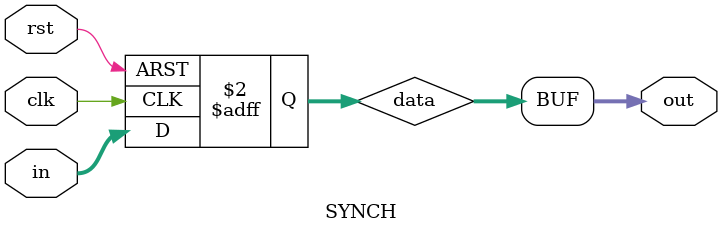
<source format=v>


module SYNCH (
    input clk,
	input rst,
    input signed [DWIDTH-1:0] in,
    output signed [DWIDTH-1:0] out
);

parameter DWIDTH = 16;

reg signed [DWIDTH-1:0] data;
assign out = data;

always @(posedge clk or posedge rst) begin
	if(rst)
		data <= 0;
	else
		data <= in;	
end

endmodule
</source>
